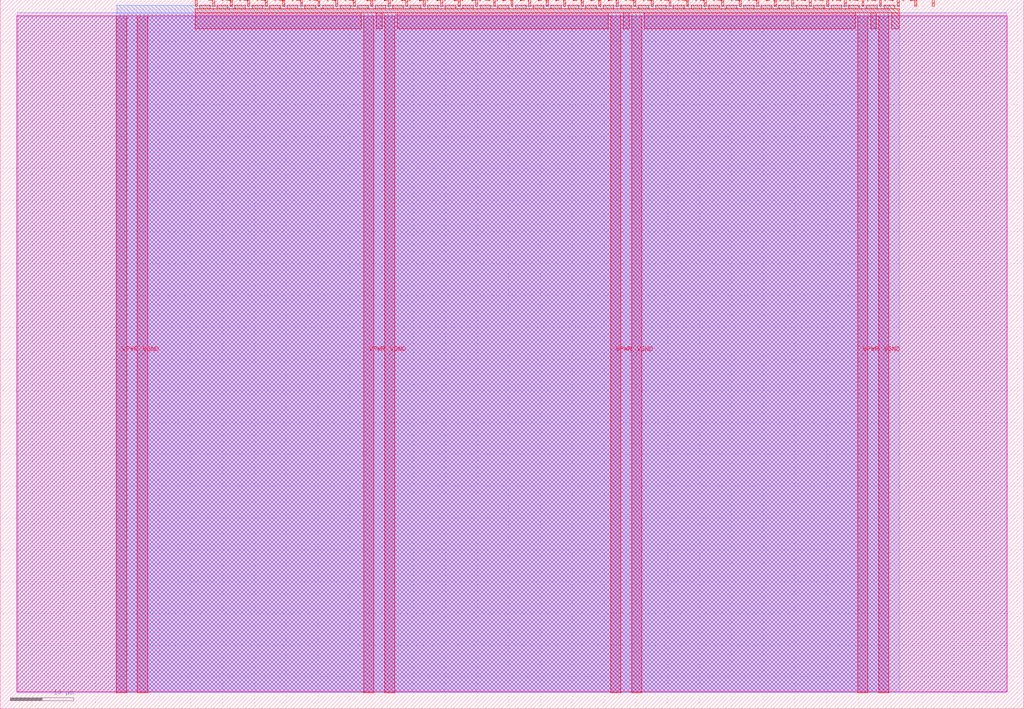
<source format=lef>
VERSION 5.7 ;
  NOWIREEXTENSIONATPIN ON ;
  DIVIDERCHAR "/" ;
  BUSBITCHARS "[]" ;
MACRO tt_um_wokwi_445255035084055553
  CLASS BLOCK ;
  FOREIGN tt_um_wokwi_445255035084055553 ;
  ORIGIN 0.000 0.000 ;
  SIZE 161.000 BY 111.520 ;
  PIN VGND
    DIRECTION INOUT ;
    USE GROUND ;
    PORT
      LAYER met4 ;
        RECT 21.580 2.480 23.180 109.040 ;
    END
    PORT
      LAYER met4 ;
        RECT 60.450 2.480 62.050 109.040 ;
    END
    PORT
      LAYER met4 ;
        RECT 99.320 2.480 100.920 109.040 ;
    END
    PORT
      LAYER met4 ;
        RECT 138.190 2.480 139.790 109.040 ;
    END
  END VGND
  PIN VPWR
    DIRECTION INOUT ;
    USE POWER ;
    PORT
      LAYER met4 ;
        RECT 18.280 2.480 19.880 109.040 ;
    END
    PORT
      LAYER met4 ;
        RECT 57.150 2.480 58.750 109.040 ;
    END
    PORT
      LAYER met4 ;
        RECT 96.020 2.480 97.620 109.040 ;
    END
    PORT
      LAYER met4 ;
        RECT 134.890 2.480 136.490 109.040 ;
    END
  END VPWR
  PIN clk
    DIRECTION INPUT ;
    USE SIGNAL ;
    PORT
      LAYER met4 ;
        RECT 143.830 110.520 144.130 111.520 ;
    END
  END clk
  PIN ena
    DIRECTION INPUT ;
    USE SIGNAL ;
    PORT
      LAYER met4 ;
        RECT 146.590 110.520 146.890 111.520 ;
    END
  END ena
  PIN rst_n
    DIRECTION INPUT ;
    USE SIGNAL ;
    ANTENNAGATEAREA 0.159000 ;
    PORT
      LAYER met4 ;
        RECT 141.070 110.520 141.370 111.520 ;
    END
  END rst_n
  PIN ui_in[0]
    DIRECTION INPUT ;
    USE SIGNAL ;
    ANTENNAGATEAREA 0.159000 ;
    PORT
      LAYER met4 ;
        RECT 138.310 110.520 138.610 111.520 ;
    END
  END ui_in[0]
  PIN ui_in[1]
    DIRECTION INPUT ;
    USE SIGNAL ;
    ANTENNAGATEAREA 0.159000 ;
    PORT
      LAYER met4 ;
        RECT 135.550 110.520 135.850 111.520 ;
    END
  END ui_in[1]
  PIN ui_in[2]
    DIRECTION INPUT ;
    USE SIGNAL ;
    ANTENNAGATEAREA 0.196500 ;
    PORT
      LAYER met4 ;
        RECT 132.790 110.520 133.090 111.520 ;
    END
  END ui_in[2]
  PIN ui_in[3]
    DIRECTION INPUT ;
    USE SIGNAL ;
    ANTENNAGATEAREA 0.196500 ;
    PORT
      LAYER met4 ;
        RECT 130.030 110.520 130.330 111.520 ;
    END
  END ui_in[3]
  PIN ui_in[4]
    DIRECTION INPUT ;
    USE SIGNAL ;
    ANTENNAGATEAREA 0.159000 ;
    PORT
      LAYER met4 ;
        RECT 127.270 110.520 127.570 111.520 ;
    END
  END ui_in[4]
  PIN ui_in[5]
    DIRECTION INPUT ;
    USE SIGNAL ;
    ANTENNAGATEAREA 0.159000 ;
    PORT
      LAYER met4 ;
        RECT 124.510 110.520 124.810 111.520 ;
    END
  END ui_in[5]
  PIN ui_in[6]
    DIRECTION INPUT ;
    USE SIGNAL ;
    ANTENNAGATEAREA 0.159000 ;
    PORT
      LAYER met4 ;
        RECT 121.750 110.520 122.050 111.520 ;
    END
  END ui_in[6]
  PIN ui_in[7]
    DIRECTION INPUT ;
    USE SIGNAL ;
    ANTENNAGATEAREA 0.159000 ;
    PORT
      LAYER met4 ;
        RECT 118.990 110.520 119.290 111.520 ;
    END
  END ui_in[7]
  PIN uio_in[0]
    DIRECTION INPUT ;
    USE SIGNAL ;
    PORT
      LAYER met4 ;
        RECT 116.230 110.520 116.530 111.520 ;
    END
  END uio_in[0]
  PIN uio_in[1]
    DIRECTION INPUT ;
    USE SIGNAL ;
    PORT
      LAYER met4 ;
        RECT 113.470 110.520 113.770 111.520 ;
    END
  END uio_in[1]
  PIN uio_in[2]
    DIRECTION INPUT ;
    USE SIGNAL ;
    PORT
      LAYER met4 ;
        RECT 110.710 110.520 111.010 111.520 ;
    END
  END uio_in[2]
  PIN uio_in[3]
    DIRECTION INPUT ;
    USE SIGNAL ;
    PORT
      LAYER met4 ;
        RECT 107.950 110.520 108.250 111.520 ;
    END
  END uio_in[3]
  PIN uio_in[4]
    DIRECTION INPUT ;
    USE SIGNAL ;
    PORT
      LAYER met4 ;
        RECT 105.190 110.520 105.490 111.520 ;
    END
  END uio_in[4]
  PIN uio_in[5]
    DIRECTION INPUT ;
    USE SIGNAL ;
    PORT
      LAYER met4 ;
        RECT 102.430 110.520 102.730 111.520 ;
    END
  END uio_in[5]
  PIN uio_in[6]
    DIRECTION INPUT ;
    USE SIGNAL ;
    PORT
      LAYER met4 ;
        RECT 99.670 110.520 99.970 111.520 ;
    END
  END uio_in[6]
  PIN uio_in[7]
    DIRECTION INPUT ;
    USE SIGNAL ;
    PORT
      LAYER met4 ;
        RECT 96.910 110.520 97.210 111.520 ;
    END
  END uio_in[7]
  PIN uio_oe[0]
    DIRECTION OUTPUT ;
    USE SIGNAL ;
    PORT
      LAYER met4 ;
        RECT 49.990 110.520 50.290 111.520 ;
    END
  END uio_oe[0]
  PIN uio_oe[1]
    DIRECTION OUTPUT ;
    USE SIGNAL ;
    PORT
      LAYER met4 ;
        RECT 47.230 110.520 47.530 111.520 ;
    END
  END uio_oe[1]
  PIN uio_oe[2]
    DIRECTION OUTPUT ;
    USE SIGNAL ;
    PORT
      LAYER met4 ;
        RECT 44.470 110.520 44.770 111.520 ;
    END
  END uio_oe[2]
  PIN uio_oe[3]
    DIRECTION OUTPUT ;
    USE SIGNAL ;
    PORT
      LAYER met4 ;
        RECT 41.710 110.520 42.010 111.520 ;
    END
  END uio_oe[3]
  PIN uio_oe[4]
    DIRECTION OUTPUT ;
    USE SIGNAL ;
    PORT
      LAYER met4 ;
        RECT 38.950 110.520 39.250 111.520 ;
    END
  END uio_oe[4]
  PIN uio_oe[5]
    DIRECTION OUTPUT ;
    USE SIGNAL ;
    PORT
      LAYER met4 ;
        RECT 36.190 110.520 36.490 111.520 ;
    END
  END uio_oe[5]
  PIN uio_oe[6]
    DIRECTION OUTPUT ;
    USE SIGNAL ;
    PORT
      LAYER met4 ;
        RECT 33.430 110.520 33.730 111.520 ;
    END
  END uio_oe[6]
  PIN uio_oe[7]
    DIRECTION OUTPUT ;
    USE SIGNAL ;
    PORT
      LAYER met4 ;
        RECT 30.670 110.520 30.970 111.520 ;
    END
  END uio_oe[7]
  PIN uio_out[0]
    DIRECTION OUTPUT ;
    USE SIGNAL ;
    PORT
      LAYER met4 ;
        RECT 72.070 110.520 72.370 111.520 ;
    END
  END uio_out[0]
  PIN uio_out[1]
    DIRECTION OUTPUT ;
    USE SIGNAL ;
    PORT
      LAYER met4 ;
        RECT 69.310 110.520 69.610 111.520 ;
    END
  END uio_out[1]
  PIN uio_out[2]
    DIRECTION OUTPUT ;
    USE SIGNAL ;
    PORT
      LAYER met4 ;
        RECT 66.550 110.520 66.850 111.520 ;
    END
  END uio_out[2]
  PIN uio_out[3]
    DIRECTION OUTPUT ;
    USE SIGNAL ;
    PORT
      LAYER met4 ;
        RECT 63.790 110.520 64.090 111.520 ;
    END
  END uio_out[3]
  PIN uio_out[4]
    DIRECTION OUTPUT ;
    USE SIGNAL ;
    PORT
      LAYER met4 ;
        RECT 61.030 110.520 61.330 111.520 ;
    END
  END uio_out[4]
  PIN uio_out[5]
    DIRECTION OUTPUT ;
    USE SIGNAL ;
    PORT
      LAYER met4 ;
        RECT 58.270 110.520 58.570 111.520 ;
    END
  END uio_out[5]
  PIN uio_out[6]
    DIRECTION OUTPUT ;
    USE SIGNAL ;
    PORT
      LAYER met4 ;
        RECT 55.510 110.520 55.810 111.520 ;
    END
  END uio_out[6]
  PIN uio_out[7]
    DIRECTION OUTPUT ;
    USE SIGNAL ;
    PORT
      LAYER met4 ;
        RECT 52.750 110.520 53.050 111.520 ;
    END
  END uio_out[7]
  PIN uo_out[0]
    DIRECTION OUTPUT ;
    USE SIGNAL ;
    ANTENNADIFFAREA 0.445500 ;
    PORT
      LAYER met4 ;
        RECT 94.150 110.520 94.450 111.520 ;
    END
  END uo_out[0]
  PIN uo_out[1]
    DIRECTION OUTPUT ;
    USE SIGNAL ;
    ANTENNADIFFAREA 0.445500 ;
    PORT
      LAYER met4 ;
        RECT 91.390 110.520 91.690 111.520 ;
    END
  END uo_out[1]
  PIN uo_out[2]
    DIRECTION OUTPUT ;
    USE SIGNAL ;
    ANTENNADIFFAREA 0.445500 ;
    PORT
      LAYER met4 ;
        RECT 88.630 110.520 88.930 111.520 ;
    END
  END uo_out[2]
  PIN uo_out[3]
    DIRECTION OUTPUT ;
    USE SIGNAL ;
    ANTENNADIFFAREA 0.795200 ;
    PORT
      LAYER met4 ;
        RECT 85.870 110.520 86.170 111.520 ;
    END
  END uo_out[3]
  PIN uo_out[4]
    DIRECTION OUTPUT ;
    USE SIGNAL ;
    ANTENNADIFFAREA 0.445500 ;
    PORT
      LAYER met4 ;
        RECT 83.110 110.520 83.410 111.520 ;
    END
  END uo_out[4]
  PIN uo_out[5]
    DIRECTION OUTPUT ;
    USE SIGNAL ;
    ANTENNADIFFAREA 0.445500 ;
    PORT
      LAYER met4 ;
        RECT 80.350 110.520 80.650 111.520 ;
    END
  END uo_out[5]
  PIN uo_out[6]
    DIRECTION OUTPUT ;
    USE SIGNAL ;
    ANTENNADIFFAREA 0.445500 ;
    PORT
      LAYER met4 ;
        RECT 77.590 110.520 77.890 111.520 ;
    END
  END uo_out[6]
  PIN uo_out[7]
    DIRECTION OUTPUT ;
    USE SIGNAL ;
    ANTENNADIFFAREA 0.445500 ;
    PORT
      LAYER met4 ;
        RECT 74.830 110.520 75.130 111.520 ;
    END
  END uo_out[7]
  OBS
      LAYER nwell ;
        RECT 2.570 2.635 158.430 108.990 ;
      LAYER li1 ;
        RECT 2.760 2.635 158.240 108.885 ;
      LAYER met1 ;
        RECT 2.760 2.480 158.240 109.440 ;
      LAYER met2 ;
        RECT 18.310 2.535 139.760 110.685 ;
      LAYER met3 ;
        RECT 18.290 2.555 141.410 110.665 ;
      LAYER met4 ;
        RECT 31.370 110.120 33.030 110.665 ;
        RECT 34.130 110.120 35.790 110.665 ;
        RECT 36.890 110.120 38.550 110.665 ;
        RECT 39.650 110.120 41.310 110.665 ;
        RECT 42.410 110.120 44.070 110.665 ;
        RECT 45.170 110.120 46.830 110.665 ;
        RECT 47.930 110.120 49.590 110.665 ;
        RECT 50.690 110.120 52.350 110.665 ;
        RECT 53.450 110.120 55.110 110.665 ;
        RECT 56.210 110.120 57.870 110.665 ;
        RECT 58.970 110.120 60.630 110.665 ;
        RECT 61.730 110.120 63.390 110.665 ;
        RECT 64.490 110.120 66.150 110.665 ;
        RECT 67.250 110.120 68.910 110.665 ;
        RECT 70.010 110.120 71.670 110.665 ;
        RECT 72.770 110.120 74.430 110.665 ;
        RECT 75.530 110.120 77.190 110.665 ;
        RECT 78.290 110.120 79.950 110.665 ;
        RECT 81.050 110.120 82.710 110.665 ;
        RECT 83.810 110.120 85.470 110.665 ;
        RECT 86.570 110.120 88.230 110.665 ;
        RECT 89.330 110.120 90.990 110.665 ;
        RECT 92.090 110.120 93.750 110.665 ;
        RECT 94.850 110.120 96.510 110.665 ;
        RECT 97.610 110.120 99.270 110.665 ;
        RECT 100.370 110.120 102.030 110.665 ;
        RECT 103.130 110.120 104.790 110.665 ;
        RECT 105.890 110.120 107.550 110.665 ;
        RECT 108.650 110.120 110.310 110.665 ;
        RECT 111.410 110.120 113.070 110.665 ;
        RECT 114.170 110.120 115.830 110.665 ;
        RECT 116.930 110.120 118.590 110.665 ;
        RECT 119.690 110.120 121.350 110.665 ;
        RECT 122.450 110.120 124.110 110.665 ;
        RECT 125.210 110.120 126.870 110.665 ;
        RECT 127.970 110.120 129.630 110.665 ;
        RECT 130.730 110.120 132.390 110.665 ;
        RECT 133.490 110.120 135.150 110.665 ;
        RECT 136.250 110.120 137.910 110.665 ;
        RECT 139.010 110.120 140.670 110.665 ;
        RECT 30.655 109.440 141.385 110.120 ;
        RECT 30.655 106.935 56.750 109.440 ;
        RECT 59.150 106.935 60.050 109.440 ;
        RECT 62.450 106.935 95.620 109.440 ;
        RECT 98.020 106.935 98.920 109.440 ;
        RECT 101.320 106.935 134.490 109.440 ;
        RECT 136.890 106.935 137.790 109.440 ;
        RECT 140.190 106.935 141.385 109.440 ;
  END
END tt_um_wokwi_445255035084055553
END LIBRARY


</source>
